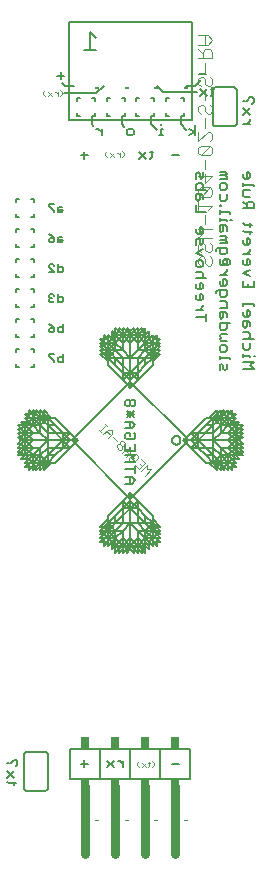
<source format=gbo>
G75*
G70*
%OFA0B0*%
%FSLAX24Y24*%
%IPPOS*%
%LPD*%
%AMOC8*
5,1,8,0,0,1.08239X$1,22.5*
%
%ADD10C,0.0060*%
%ADD11C,0.0040*%
%ADD12C,0.0071*%
%ADD13C,0.0050*%
%ADD14C,0.0030*%
%ADD15C,0.0300*%
%ADD16R,0.0300X0.0200*%
%ADD17R,0.0300X0.0400*%
%ADD18C,0.0080*%
%ADD19C,0.0000*%
D10*
X002374Y002596D02*
X002317Y002652D01*
X002374Y002596D02*
X002601Y002596D01*
X002544Y002652D02*
X002544Y002539D01*
X002544Y002784D02*
X002317Y003011D01*
X002317Y002784D02*
X002544Y003011D01*
X002601Y003153D02*
X002657Y003209D01*
X002657Y003323D01*
X002601Y003380D01*
X002544Y003380D01*
X002431Y003266D01*
X002374Y003266D02*
X002317Y003266D01*
X002875Y003550D02*
X002875Y002450D01*
X002877Y002433D01*
X002881Y002416D01*
X002888Y002400D01*
X002898Y002386D01*
X002911Y002373D01*
X002925Y002363D01*
X002941Y002356D01*
X002958Y002352D01*
X002975Y002350D01*
X003575Y002350D01*
X003592Y002352D01*
X003609Y002356D01*
X003625Y002363D01*
X003639Y002373D01*
X003652Y002386D01*
X003662Y002400D01*
X003669Y002416D01*
X003673Y002433D01*
X003675Y002450D01*
X003675Y003550D01*
X003673Y003567D01*
X003669Y003584D01*
X003662Y003600D01*
X003652Y003614D01*
X003639Y003627D01*
X003625Y003637D01*
X003609Y003644D01*
X003592Y003648D01*
X003575Y003650D01*
X002975Y003650D01*
X002958Y003648D01*
X002941Y003644D01*
X002925Y003637D01*
X002911Y003627D01*
X002898Y003614D01*
X002888Y003600D01*
X002881Y003584D01*
X002877Y003567D01*
X002875Y003550D01*
X004424Y003750D02*
X004424Y002750D01*
X005424Y002750D01*
X006424Y002750D01*
X007424Y002750D01*
X008424Y002750D01*
X008424Y003750D01*
X007424Y003750D01*
X007424Y002750D01*
X007828Y003246D02*
X008055Y003246D01*
X007424Y003750D02*
X006424Y003750D01*
X006424Y002750D01*
X006190Y003125D02*
X006190Y003352D01*
X006190Y003239D02*
X006077Y003352D01*
X006020Y003352D01*
X005884Y003352D02*
X005657Y003125D01*
X005884Y003125D02*
X005657Y003352D01*
X005424Y003750D02*
X005424Y002750D01*
X005004Y003246D02*
X004777Y003246D01*
X004890Y003133D02*
X004890Y003360D01*
X004424Y003750D02*
X005424Y003750D01*
X006424Y003750D01*
X006424Y012072D02*
X008277Y013925D01*
X008277Y014122D01*
X006424Y015975D01*
X004473Y014024D01*
X006424Y012072D01*
X006424Y012580D02*
X006424Y012807D01*
X006481Y012807D02*
X006254Y012807D01*
X006254Y012580D02*
X006481Y012580D01*
X006595Y012694D01*
X006481Y012807D01*
X006595Y012949D02*
X006595Y013176D01*
X006595Y013062D02*
X006254Y013062D01*
X006254Y013317D02*
X006595Y013317D01*
X006481Y013430D01*
X006595Y013544D01*
X006254Y013544D01*
X006254Y013685D02*
X006254Y013912D01*
X006311Y014054D02*
X006254Y014110D01*
X006254Y014224D01*
X006311Y014280D01*
X006424Y014280D01*
X006424Y014167D01*
X006311Y014054D02*
X006538Y014054D01*
X006595Y014110D01*
X006595Y014224D01*
X006538Y014280D01*
X006481Y014422D02*
X006595Y014535D01*
X006481Y014649D01*
X006254Y014649D01*
X006311Y014790D02*
X006538Y015017D01*
X006538Y014904D02*
X006311Y014904D01*
X006311Y015017D02*
X006538Y014790D01*
X006424Y014790D02*
X006424Y015017D01*
X006368Y015159D02*
X006424Y015215D01*
X006481Y015159D01*
X006538Y015159D01*
X006595Y015215D01*
X006595Y015329D01*
X006538Y015385D01*
X006481Y015385D01*
X006424Y015329D01*
X006368Y015385D01*
X006311Y015385D01*
X006254Y015329D01*
X006254Y015215D01*
X006311Y015159D01*
X006368Y015159D01*
X006424Y015215D02*
X006424Y015329D01*
X006424Y014649D02*
X006424Y014422D01*
X006481Y014422D02*
X006254Y014422D01*
X006424Y013799D02*
X006424Y013685D01*
X006254Y013685D02*
X006595Y013685D01*
X006595Y013912D01*
X007811Y014024D02*
X007813Y014047D01*
X007819Y014070D01*
X007828Y014091D01*
X007841Y014111D01*
X007857Y014128D01*
X007875Y014142D01*
X007895Y014153D01*
X007917Y014161D01*
X007940Y014165D01*
X007964Y014165D01*
X007987Y014161D01*
X008009Y014153D01*
X008029Y014142D01*
X008047Y014128D01*
X008063Y014111D01*
X008076Y014091D01*
X008085Y014070D01*
X008091Y014047D01*
X008093Y014024D01*
X008091Y014001D01*
X008085Y013978D01*
X008076Y013957D01*
X008063Y013937D01*
X008047Y013920D01*
X008029Y013906D01*
X008009Y013895D01*
X007987Y013887D01*
X007964Y013883D01*
X007940Y013883D01*
X007917Y013887D01*
X007895Y013895D01*
X007875Y013906D01*
X007857Y013920D01*
X007841Y013937D01*
X007828Y013957D01*
X007819Y013978D01*
X007813Y014001D01*
X007811Y014024D01*
X009404Y016356D02*
X009404Y016526D01*
X009461Y016583D01*
X009517Y016526D01*
X009517Y016413D01*
X009574Y016356D01*
X009631Y016413D01*
X009631Y016583D01*
X009744Y016725D02*
X009744Y016781D01*
X009404Y016781D01*
X009404Y016725D02*
X009404Y016838D01*
X009461Y016970D02*
X009404Y017027D01*
X009404Y017140D01*
X009461Y017197D01*
X009574Y017197D01*
X009631Y017140D01*
X009631Y017027D01*
X009574Y016970D01*
X009461Y016970D01*
X009461Y017338D02*
X009404Y017395D01*
X009461Y017452D01*
X009404Y017509D01*
X009461Y017565D01*
X009631Y017565D01*
X009574Y017707D02*
X009461Y017707D01*
X009404Y017764D01*
X009404Y017934D01*
X009744Y017934D01*
X009631Y017934D02*
X009631Y017764D01*
X009574Y017707D01*
X009461Y018075D02*
X009517Y018132D01*
X009517Y018302D01*
X009574Y018302D02*
X009404Y018302D01*
X009404Y018132D01*
X009461Y018075D01*
X009631Y018132D02*
X009631Y018245D01*
X009574Y018302D01*
X009631Y018443D02*
X009631Y018614D01*
X009574Y018670D01*
X009404Y018670D01*
X009461Y018812D02*
X009404Y018868D01*
X009404Y019039D01*
X009347Y019039D02*
X009631Y019039D01*
X009631Y018868D01*
X009574Y018812D01*
X009461Y018812D01*
X009290Y018925D02*
X009290Y018982D01*
X009347Y019039D01*
X009461Y019180D02*
X009574Y019180D01*
X009631Y019237D01*
X009631Y019350D01*
X009574Y019407D01*
X009517Y019407D01*
X009517Y019180D01*
X009461Y019180D02*
X009404Y019237D01*
X009404Y019350D01*
X009404Y019548D02*
X009631Y019548D01*
X009517Y019548D02*
X009631Y019662D01*
X009631Y019719D01*
X009687Y019855D02*
X009461Y019855D01*
X009404Y019912D01*
X009404Y020025D01*
X009461Y020082D01*
X009517Y020025D02*
X009517Y019912D01*
X009631Y019912D01*
X009631Y020025D01*
X009517Y020025D01*
X009574Y020082D01*
X009687Y020082D01*
X009744Y020025D01*
X009744Y019912D01*
X009687Y019855D01*
X009574Y020224D02*
X009461Y020224D01*
X009404Y020280D01*
X009404Y020450D01*
X009347Y020450D02*
X009631Y020450D01*
X009631Y020280D01*
X009574Y020224D01*
X009290Y020337D02*
X009290Y020394D01*
X009347Y020450D01*
X009404Y020592D02*
X009631Y020592D01*
X009631Y020649D01*
X009574Y020705D01*
X009631Y020762D01*
X009574Y020819D01*
X009404Y020819D01*
X009404Y020705D02*
X009574Y020705D01*
X009461Y020960D02*
X009517Y021017D01*
X009517Y021187D01*
X009574Y021187D02*
X009404Y021187D01*
X009404Y021017D01*
X009461Y020960D01*
X009631Y021017D02*
X009631Y021130D01*
X009574Y021187D01*
X009631Y021329D02*
X009631Y021385D01*
X009404Y021385D01*
X009404Y021329D02*
X009404Y021442D01*
X009404Y021574D02*
X009404Y021688D01*
X009404Y021631D02*
X009744Y021631D01*
X009744Y021574D01*
X009744Y021385D02*
X009801Y021385D01*
X009574Y022004D02*
X009461Y022004D01*
X009404Y022061D01*
X009404Y022231D01*
X009461Y022372D02*
X009404Y022429D01*
X009404Y022542D01*
X009461Y022599D01*
X009574Y022599D01*
X009631Y022542D01*
X009631Y022429D01*
X009574Y022372D01*
X009461Y022372D01*
X009631Y022231D02*
X009631Y022061D01*
X009574Y022004D01*
X009461Y021876D02*
X009404Y021876D01*
X009404Y021820D01*
X009461Y021820D01*
X009461Y021876D01*
X009404Y022740D02*
X009631Y022740D01*
X009631Y022797D01*
X009574Y022854D01*
X009631Y022911D01*
X009574Y022967D01*
X009404Y022967D01*
X009404Y022854D02*
X009574Y022854D01*
X010191Y022911D02*
X010191Y022797D01*
X010248Y022740D01*
X010361Y022740D01*
X010418Y022797D01*
X010418Y022911D01*
X010361Y022967D01*
X010305Y022967D01*
X010305Y022740D01*
X010191Y022608D02*
X010191Y022495D01*
X010191Y022552D02*
X010532Y022552D01*
X010532Y022495D01*
X010418Y022353D02*
X010191Y022353D01*
X010191Y022183D01*
X010248Y022127D01*
X010418Y022127D01*
X010475Y021985D02*
X010361Y021985D01*
X010305Y021928D01*
X010305Y021758D01*
X010305Y021872D02*
X010191Y021985D01*
X010191Y021758D02*
X010532Y021758D01*
X010532Y021928D01*
X010475Y021985D01*
X010418Y021258D02*
X010418Y021144D01*
X010475Y021201D02*
X010248Y021201D01*
X010191Y021258D01*
X010191Y021012D02*
X010248Y020956D01*
X010475Y020956D01*
X010418Y021012D02*
X010418Y020899D01*
X010361Y020757D02*
X010305Y020757D01*
X010305Y020531D01*
X010361Y020531D02*
X010418Y020587D01*
X010418Y020701D01*
X010361Y020757D01*
X010191Y020701D02*
X010191Y020587D01*
X010248Y020531D01*
X010361Y020531D01*
X010418Y020394D02*
X010418Y020337D01*
X010305Y020224D01*
X010418Y020224D02*
X010191Y020224D01*
X010305Y020082D02*
X010305Y019855D01*
X010361Y019855D02*
X010418Y019912D01*
X010418Y020025D01*
X010361Y020082D01*
X010305Y020082D01*
X010191Y020025D02*
X010191Y019912D01*
X010248Y019855D01*
X010361Y019855D01*
X010418Y019714D02*
X010191Y019600D01*
X010418Y019487D01*
X010532Y019346D02*
X010532Y019119D01*
X010191Y019119D01*
X010191Y019346D01*
X010361Y019232D02*
X010361Y019119D01*
X010191Y018618D02*
X010191Y018505D01*
X010191Y018562D02*
X010532Y018562D01*
X010532Y018505D01*
X010361Y018363D02*
X010418Y018307D01*
X010418Y018193D01*
X010361Y018136D01*
X010248Y018136D01*
X010191Y018193D01*
X010191Y018307D01*
X010305Y018363D02*
X010305Y018136D01*
X010305Y017995D02*
X010305Y017825D01*
X010248Y017768D01*
X010191Y017825D01*
X010191Y017995D01*
X010361Y017995D01*
X010418Y017938D01*
X010418Y017825D01*
X010361Y017627D02*
X010191Y017627D01*
X010361Y017627D02*
X010418Y017570D01*
X010418Y017457D01*
X010361Y017400D01*
X010418Y017258D02*
X010418Y017088D01*
X010361Y017032D01*
X010248Y017032D01*
X010191Y017088D01*
X010191Y017258D01*
X010191Y017400D02*
X010532Y017400D01*
X010532Y016843D02*
X010588Y016843D01*
X010418Y016843D02*
X010191Y016843D01*
X010191Y016899D02*
X010191Y016786D01*
X010191Y016645D02*
X010532Y016645D01*
X010418Y016531D01*
X010532Y016418D01*
X010191Y016418D01*
X010418Y016786D02*
X010418Y016843D01*
X010361Y018363D02*
X010305Y018363D01*
X009631Y018443D02*
X009404Y018443D01*
X008957Y018241D02*
X008957Y018014D01*
X008957Y018127D02*
X008616Y018127D01*
X008616Y018382D02*
X008843Y018382D01*
X008730Y018382D02*
X008843Y018495D01*
X008843Y018552D01*
X008787Y018689D02*
X008843Y018746D01*
X008843Y018859D01*
X008787Y018916D01*
X008730Y018916D01*
X008730Y018689D01*
X008673Y018689D02*
X008787Y018689D01*
X008673Y018689D02*
X008616Y018746D01*
X008616Y018859D01*
X008673Y019057D02*
X008787Y019057D01*
X008843Y019114D01*
X008843Y019227D01*
X008787Y019284D01*
X008730Y019284D01*
X008730Y019057D01*
X008673Y019057D02*
X008616Y019114D01*
X008616Y019227D01*
X008616Y019426D02*
X008957Y019426D01*
X008843Y019482D02*
X008843Y019596D01*
X008787Y019652D01*
X008616Y019652D01*
X008673Y019794D02*
X008616Y019851D01*
X008616Y019964D01*
X008673Y020021D01*
X008787Y020021D01*
X008843Y019964D01*
X008843Y019851D01*
X008787Y019794D01*
X008673Y019794D01*
X008843Y019482D02*
X008787Y019426D01*
X008843Y020162D02*
X008616Y020276D01*
X008843Y020389D01*
X008787Y020531D02*
X008730Y020587D01*
X008730Y020701D01*
X008673Y020757D01*
X008616Y020701D01*
X008616Y020531D01*
X008787Y020531D02*
X008843Y020587D01*
X008843Y020757D01*
X008787Y020899D02*
X008673Y020899D01*
X008616Y020956D01*
X008616Y021069D01*
X008730Y021126D02*
X008730Y020899D01*
X008787Y020899D02*
X008843Y020956D01*
X008843Y021069D01*
X008787Y021126D01*
X008730Y021126D01*
X008616Y021635D02*
X008616Y021862D01*
X008673Y022004D02*
X008730Y022061D01*
X008730Y022231D01*
X008787Y022231D02*
X008616Y022231D01*
X008616Y022061D01*
X008673Y022004D01*
X008843Y022061D02*
X008843Y022174D01*
X008787Y022231D01*
X008843Y022372D02*
X008843Y022542D01*
X008787Y022599D01*
X008673Y022599D01*
X008616Y022542D01*
X008616Y022372D01*
X008957Y022372D01*
X008787Y022740D02*
X008843Y022797D01*
X008843Y022967D01*
X008730Y022911D02*
X008730Y022797D01*
X008787Y022740D01*
X008616Y022740D02*
X008616Y022911D01*
X008673Y022967D01*
X008730Y022911D01*
X008055Y023522D02*
X007828Y023522D01*
X007501Y024188D02*
X007388Y024188D01*
X007445Y024188D02*
X007445Y024415D01*
X007501Y024415D01*
X007445Y024529D02*
X007445Y024585D01*
X007216Y024846D02*
X007216Y024946D01*
X007216Y024846D02*
X007116Y024846D01*
X007216Y025346D02*
X007216Y025446D01*
X007116Y025446D01*
X006716Y025446D02*
X006616Y025446D01*
X006616Y025346D01*
X006616Y024946D02*
X006616Y024846D01*
X006716Y024846D01*
X006472Y024415D02*
X006529Y024358D01*
X006529Y024245D01*
X006472Y024188D01*
X006359Y024188D01*
X006302Y024245D01*
X006302Y024358D01*
X006359Y024415D01*
X006472Y024415D01*
X006232Y024846D02*
X006232Y024946D01*
X006232Y024846D02*
X006132Y024846D01*
X006232Y025346D02*
X006232Y025446D01*
X006132Y025446D01*
X005732Y025446D02*
X005632Y025446D01*
X005632Y025346D01*
X005632Y024946D02*
X005632Y024846D01*
X005732Y024846D01*
X005465Y024415D02*
X005465Y024188D01*
X005465Y024302D02*
X005352Y024415D01*
X005295Y024415D01*
X005248Y024846D02*
X005248Y024946D01*
X005248Y024846D02*
X005148Y024846D01*
X005248Y025346D02*
X005248Y025446D01*
X005148Y025446D01*
X004748Y025446D02*
X004648Y025446D01*
X004648Y025346D01*
X004648Y024946D02*
X004648Y024846D01*
X004748Y024846D01*
X004890Y023635D02*
X004890Y023408D01*
X004777Y023522D02*
X005004Y023522D01*
X004103Y026066D02*
X004103Y026293D01*
X004216Y026179D02*
X003989Y026179D01*
X003220Y022056D02*
X003120Y022056D01*
X003220Y022056D02*
X003220Y021956D01*
X003220Y021556D02*
X003220Y021456D01*
X003120Y021456D01*
X003120Y021056D02*
X003220Y021056D01*
X003220Y020956D01*
X003220Y020556D02*
X003220Y020456D01*
X003120Y020456D01*
X003120Y020056D02*
X003220Y020056D01*
X003220Y019956D01*
X003220Y019556D02*
X003220Y019456D01*
X003120Y019456D01*
X003120Y019056D02*
X003220Y019056D01*
X003220Y018956D01*
X003220Y018556D02*
X003220Y018456D01*
X003120Y018456D01*
X003120Y018056D02*
X003220Y018056D01*
X003220Y017956D01*
X003220Y017556D02*
X003220Y017456D01*
X003120Y017456D01*
X003120Y017056D02*
X003220Y017056D01*
X003220Y016956D01*
X003220Y016556D02*
X003220Y016456D01*
X003120Y016456D01*
X002720Y016456D02*
X002620Y016456D01*
X002620Y016556D01*
X002620Y016956D02*
X002620Y017056D01*
X002720Y017056D01*
X002720Y017456D02*
X002620Y017456D01*
X002620Y017556D01*
X002620Y017956D02*
X002620Y018056D01*
X002720Y018056D01*
X002720Y018456D02*
X002620Y018456D01*
X002620Y018556D01*
X002620Y018956D02*
X002620Y019056D01*
X002720Y019056D01*
X002720Y019456D02*
X002620Y019456D01*
X002620Y019556D01*
X002620Y019956D02*
X002620Y020056D01*
X002720Y020056D01*
X002720Y020456D02*
X002620Y020456D01*
X002620Y020556D01*
X002620Y020956D02*
X002620Y021056D01*
X002720Y021056D01*
X002720Y021456D02*
X002620Y021456D01*
X002620Y021556D01*
X002620Y021956D02*
X002620Y022056D01*
X002720Y022056D01*
X006721Y023401D02*
X006948Y023628D01*
X007080Y023628D02*
X007193Y023628D01*
X007137Y023684D02*
X007137Y023458D01*
X007080Y023401D01*
X006948Y023401D02*
X006721Y023628D01*
X007601Y024846D02*
X007701Y024846D01*
X007601Y024846D02*
X007601Y024946D01*
X007601Y025346D02*
X007601Y025446D01*
X007701Y025446D01*
X008101Y025446D02*
X008201Y025446D01*
X008201Y025346D01*
X008201Y024946D02*
X008201Y024846D01*
X008101Y024846D01*
X008395Y024415D02*
X008565Y024302D01*
X008395Y024188D01*
X008565Y024188D02*
X008565Y024529D01*
X008739Y025517D02*
X008965Y025744D01*
X009098Y025744D02*
X009211Y025744D01*
X009174Y025696D02*
X009174Y024596D01*
X009176Y024579D01*
X009180Y024562D01*
X009187Y024546D01*
X009197Y024532D01*
X009210Y024519D01*
X009224Y024509D01*
X009240Y024502D01*
X009257Y024498D01*
X009274Y024496D01*
X009874Y024496D01*
X009891Y024498D01*
X009908Y024502D01*
X009924Y024509D01*
X009938Y024519D01*
X009951Y024532D01*
X009961Y024546D01*
X009968Y024562D01*
X009972Y024579D01*
X009974Y024596D01*
X009974Y025696D01*
X009972Y025713D01*
X009968Y025730D01*
X009961Y025746D01*
X009951Y025760D01*
X009938Y025773D01*
X009924Y025783D01*
X009908Y025790D01*
X009891Y025794D01*
X009874Y025796D01*
X009274Y025796D01*
X009257Y025794D01*
X009240Y025790D01*
X009224Y025783D01*
X009210Y025773D01*
X009197Y025760D01*
X009187Y025746D01*
X009180Y025730D01*
X009176Y025713D01*
X009174Y025696D01*
X009154Y025801D02*
X009154Y025574D01*
X009098Y025517D01*
X008965Y025517D02*
X008739Y025744D01*
X008714Y026228D02*
X008941Y026228D01*
X010191Y025344D02*
X010248Y025344D01*
X010305Y025344D02*
X010418Y025458D01*
X010475Y025458D01*
X010532Y025401D01*
X010532Y025287D01*
X010475Y025231D01*
X010418Y025089D02*
X010191Y024862D01*
X010418Y024862D02*
X010191Y025089D01*
X010418Y024726D02*
X010418Y024669D01*
X010305Y024555D01*
X010418Y024555D02*
X010191Y024555D01*
X008957Y021635D02*
X008616Y021635D01*
X009461Y017338D02*
X009631Y017338D01*
D11*
X009078Y019847D02*
X009001Y019847D01*
X008924Y019924D01*
X008924Y020077D01*
X008848Y020154D01*
X008771Y020154D01*
X008694Y020077D01*
X008694Y019924D01*
X008771Y019847D01*
X009078Y019847D02*
X009155Y019924D01*
X009155Y020077D01*
X009078Y020154D01*
X009078Y020307D02*
X009001Y020307D01*
X008924Y020384D01*
X008924Y020537D01*
X008848Y020614D01*
X008771Y020614D01*
X008694Y020537D01*
X008694Y020384D01*
X008771Y020307D01*
X008694Y020768D02*
X008848Y020921D01*
X008694Y021075D01*
X009155Y021075D01*
X008924Y021228D02*
X008924Y021535D01*
X009001Y021688D02*
X009155Y021842D01*
X008694Y021842D01*
X008694Y021995D02*
X008694Y021688D01*
X008771Y022149D02*
X009078Y022456D01*
X008771Y022456D01*
X008694Y022379D01*
X008694Y022226D01*
X008771Y022149D01*
X009078Y022149D01*
X009155Y022226D01*
X009155Y022379D01*
X009078Y022456D01*
X008924Y022609D02*
X008924Y022916D01*
X008924Y023070D02*
X008924Y023377D01*
X008771Y023530D02*
X009078Y023837D01*
X008771Y023837D01*
X008694Y023760D01*
X008694Y023607D01*
X008771Y023530D01*
X009078Y023530D01*
X009155Y023607D01*
X009155Y023760D01*
X009078Y023837D01*
X009078Y023990D02*
X009155Y024067D01*
X009155Y024221D01*
X009078Y024297D01*
X009001Y024297D01*
X008694Y023990D01*
X008694Y024297D01*
X008924Y024451D02*
X008924Y024758D01*
X009001Y024911D02*
X008924Y024988D01*
X008924Y025141D01*
X008848Y025218D01*
X008771Y025218D01*
X008694Y025141D01*
X008694Y024988D01*
X008771Y024911D01*
X009001Y024911D02*
X009078Y024911D01*
X009155Y024988D01*
X009155Y025141D01*
X009078Y025218D01*
X008924Y025372D02*
X008924Y025678D01*
X009001Y025832D02*
X008924Y025909D01*
X008924Y026062D01*
X008848Y026139D01*
X008771Y026139D01*
X008694Y026062D01*
X008694Y025909D01*
X008771Y025832D01*
X009001Y025832D02*
X009078Y025832D01*
X009155Y025909D01*
X009155Y026062D01*
X009078Y026139D01*
X008924Y026292D02*
X008924Y026599D01*
X008848Y026753D02*
X008848Y026983D01*
X008924Y027060D01*
X009078Y027060D01*
X009155Y026983D01*
X009155Y026753D01*
X008694Y026753D01*
X008848Y026906D02*
X008694Y027060D01*
X008694Y027213D02*
X009001Y027213D01*
X009155Y027367D01*
X009001Y027520D01*
X008694Y027520D01*
X008924Y027520D02*
X008924Y027213D01*
X008694Y022839D02*
X009155Y022839D01*
X008924Y022609D01*
X009155Y020768D02*
X008694Y020768D01*
X009078Y020614D02*
X009155Y020537D01*
X009155Y020384D01*
X009078Y020307D01*
X006146Y023471D02*
X006213Y023538D01*
X006213Y023604D01*
X006146Y023671D01*
X006065Y023604D02*
X006065Y023471D01*
X006065Y023538D02*
X005999Y023604D01*
X005965Y023604D01*
X005881Y023604D02*
X005748Y023471D01*
X005660Y023471D02*
X005594Y023538D01*
X005594Y023604D01*
X005660Y023671D01*
X005748Y023604D02*
X005881Y023471D01*
X004079Y025489D02*
X004146Y025555D01*
X004146Y025622D01*
X004079Y025689D01*
X003999Y025622D02*
X003999Y025489D01*
X003999Y025555D02*
X003932Y025622D01*
X003898Y025622D01*
X003814Y025622D02*
X003681Y025489D01*
X003593Y025489D02*
X003527Y025555D01*
X003527Y025622D01*
X003593Y025689D01*
X003681Y025622D02*
X003814Y025489D01*
X006712Y003346D02*
X006645Y003280D01*
X006645Y003213D01*
X006712Y003146D01*
X006800Y003146D02*
X006933Y003280D01*
X007014Y003280D02*
X007080Y003280D01*
X007047Y003313D02*
X007047Y003179D01*
X007014Y003146D01*
X006933Y003146D02*
X006800Y003280D01*
X007161Y003346D02*
X007228Y003280D01*
X007228Y003213D01*
X007161Y003146D01*
D12*
X007310Y024358D02*
X007113Y024555D01*
X007113Y024850D01*
X007507Y025638D02*
X007310Y025835D01*
X007507Y025638D02*
X008639Y025638D01*
X008590Y025835D02*
X008786Y026031D01*
X008590Y025835D02*
X008294Y025835D01*
X008097Y024850D02*
X008097Y024555D01*
X008294Y024358D01*
X006227Y024457D02*
X006129Y024555D01*
X006129Y024850D01*
X005292Y025589D02*
X005538Y025835D01*
X005292Y025589D02*
X004210Y025589D01*
X004259Y025835D02*
X004160Y025933D01*
X004259Y025835D02*
X004554Y025835D01*
X005145Y024850D02*
X005145Y024555D01*
X005194Y024506D01*
D13*
X005273Y027030D02*
X004866Y027030D01*
X005069Y027030D02*
X005069Y027641D01*
X005273Y027437D01*
X003895Y021891D02*
X003715Y021891D01*
X003715Y021846D01*
X003895Y021666D01*
X003895Y021621D01*
X004010Y021621D02*
X004010Y021756D01*
X004055Y021801D01*
X004145Y021801D01*
X004145Y021711D02*
X004010Y021711D01*
X004010Y021621D02*
X004145Y021621D01*
X004190Y021666D01*
X004145Y021711D01*
X004145Y020801D02*
X004055Y020801D01*
X004010Y020756D01*
X004010Y020621D01*
X004145Y020621D01*
X004190Y020666D01*
X004145Y020711D01*
X004010Y020711D01*
X003895Y020756D02*
X003760Y020756D01*
X003715Y020711D01*
X003715Y020666D01*
X003760Y020621D01*
X003850Y020621D01*
X003895Y020666D01*
X003895Y020756D01*
X003805Y020846D01*
X003715Y020891D01*
X003760Y019891D02*
X003715Y019846D01*
X003715Y019801D01*
X003895Y019621D01*
X003715Y019621D01*
X003760Y019891D02*
X003850Y019891D01*
X003895Y019846D01*
X004010Y019801D02*
X004145Y019801D01*
X004190Y019756D01*
X004190Y019666D01*
X004145Y019621D01*
X004010Y019621D01*
X004010Y019891D01*
X004010Y018891D02*
X004010Y018621D01*
X004145Y018621D01*
X004190Y018666D01*
X004190Y018756D01*
X004145Y018801D01*
X004010Y018801D01*
X003895Y018846D02*
X003850Y018891D01*
X003760Y018891D01*
X003715Y018846D01*
X003715Y018801D01*
X003760Y018756D01*
X003715Y018711D01*
X003715Y018666D01*
X003760Y018621D01*
X003850Y018621D01*
X003895Y018666D01*
X003805Y018756D02*
X003760Y018756D01*
X003715Y017891D02*
X003805Y017846D01*
X003895Y017756D01*
X003760Y017756D01*
X003715Y017711D01*
X003715Y017666D01*
X003760Y017621D01*
X003850Y017621D01*
X003895Y017666D01*
X003895Y017756D01*
X004010Y017756D02*
X004010Y017666D01*
X004055Y017621D01*
X004190Y017621D01*
X004190Y017891D01*
X004190Y017801D02*
X004055Y017801D01*
X004010Y017756D01*
X003895Y016891D02*
X003715Y016891D01*
X003715Y016846D01*
X003895Y016666D01*
X003895Y016621D01*
X004010Y016666D02*
X004010Y016756D01*
X004055Y016801D01*
X004190Y016801D01*
X004190Y016891D02*
X004190Y016621D01*
X004055Y016621D01*
X004010Y016666D01*
X003543Y015024D02*
X003543Y014899D01*
X003168Y014524D01*
X002918Y014274D01*
X002918Y013774D01*
X003168Y013524D01*
X003543Y013149D01*
X003543Y013399D01*
X003668Y013524D01*
X003918Y013524D01*
X003668Y013274D01*
X003418Y013274D01*
X003168Y013274D01*
X003293Y013149D01*
X003293Y013024D01*
X003418Y013149D01*
X003418Y013024D01*
X003543Y013149D01*
X003543Y013024D01*
X003793Y013274D01*
X003918Y013274D01*
X004418Y013774D01*
X003668Y013774D01*
X003668Y013524D01*
X004418Y014274D01*
X004168Y014274D01*
X003668Y014274D01*
X003668Y014524D01*
X003918Y014524D01*
X003668Y014774D01*
X003418Y014774D01*
X003168Y014774D01*
X003043Y014649D01*
X002918Y014649D01*
X002793Y014649D01*
X002918Y014524D01*
X002793Y014399D01*
X002668Y014399D01*
X002793Y014274D01*
X002668Y014274D01*
X002793Y014149D01*
X002918Y014274D01*
X002918Y014524D01*
X003168Y014274D01*
X002918Y014024D01*
X003168Y013774D01*
X002918Y013524D01*
X002793Y013399D01*
X002918Y013399D01*
X003043Y013399D01*
X003168Y013274D01*
X003168Y013524D01*
X003418Y013524D01*
X003668Y013774D01*
X003668Y014024D01*
X003668Y014274D01*
X003418Y014524D01*
X003168Y014524D01*
X003168Y014774D01*
X003293Y014899D01*
X003293Y015024D01*
X003418Y014899D01*
X003418Y015024D01*
X003543Y014899D01*
X003543Y014649D01*
X003668Y014524D01*
X004418Y013774D01*
X004543Y013899D01*
X004543Y014149D01*
X004418Y014274D01*
X003918Y014774D01*
X003793Y014774D01*
X003543Y015024D01*
X003543Y014899D02*
X003668Y014774D01*
X003668Y014524D01*
X003543Y014649D02*
X003418Y014774D01*
X003293Y014899D01*
X003168Y015024D01*
X003168Y014899D01*
X003043Y015024D01*
X003043Y014899D01*
X002918Y014899D01*
X003043Y014774D01*
X003043Y014899D01*
X003168Y014899D01*
X003168Y014774D01*
X003043Y014774D01*
X002918Y014774D01*
X003043Y014649D01*
X003168Y014524D01*
X003043Y014524D01*
X002918Y014649D01*
X002918Y014524D02*
X002668Y014524D01*
X002793Y014399D01*
X002918Y014274D01*
X002793Y014274D01*
X002918Y014274D02*
X003168Y014274D01*
X003418Y014274D01*
X003418Y014524D01*
X003543Y014649D01*
X003668Y014774D01*
X003793Y014774D01*
X003918Y014524D02*
X004168Y014274D01*
X004168Y013774D01*
X003918Y013524D01*
X003793Y013274D02*
X003668Y013274D01*
X003668Y013524D01*
X003543Y013399D02*
X003418Y013274D01*
X003293Y013149D01*
X003168Y013024D01*
X003168Y013149D01*
X003043Y013024D01*
X003043Y013149D01*
X002918Y013149D01*
X003043Y013274D01*
X003043Y013149D01*
X003168Y013149D01*
X003168Y013274D01*
X003043Y013274D01*
X002918Y013274D01*
X003043Y013399D01*
X003168Y013524D01*
X003043Y013524D01*
X002918Y013399D01*
X002918Y013524D02*
X002793Y013649D01*
X002668Y013649D01*
X002793Y013774D01*
X002918Y013774D01*
X002918Y013524D01*
X002668Y013524D01*
X002793Y013649D01*
X002918Y013774D01*
X002793Y013899D01*
X002668Y013899D01*
X002793Y014024D01*
X002918Y014024D01*
X003168Y014024D01*
X002918Y014274D01*
X002793Y014149D02*
X002918Y014024D01*
X002793Y013899D01*
X002668Y013774D01*
X002793Y013774D01*
X002918Y013774D02*
X003168Y013774D01*
X003418Y013774D01*
X003418Y013524D01*
X003543Y013399D01*
X003668Y013274D01*
X003543Y013149D01*
X003418Y013149D02*
X003418Y013274D01*
X003418Y013524D01*
X003168Y013274D01*
X003168Y013524D02*
X003418Y013774D01*
X003668Y014024D01*
X003418Y014274D01*
X003168Y014524D01*
X003043Y014524D02*
X002918Y014524D01*
X002793Y014149D02*
X002668Y014149D01*
X002793Y014024D01*
X002918Y013774D02*
X003168Y014024D01*
X003668Y014024D01*
X004418Y014024D01*
X004168Y014274D01*
X004418Y014024D02*
X004168Y013774D01*
X004418Y014024D02*
X004668Y014024D01*
X004543Y013899D01*
X004668Y014024D02*
X004543Y014149D01*
X003418Y014524D02*
X003168Y014774D01*
X003418Y014774D02*
X003418Y014524D01*
X003418Y014774D02*
X003418Y014899D01*
X003043Y013524D02*
X002918Y013524D01*
X005424Y011143D02*
X005549Y011143D01*
X005924Y010768D01*
X006174Y010518D01*
X006674Y010518D01*
X006924Y010768D01*
X007299Y011143D01*
X007049Y011143D01*
X006924Y011268D01*
X006924Y011518D01*
X007174Y011268D01*
X007174Y011018D01*
X007174Y010768D01*
X007299Y010893D01*
X007424Y010893D01*
X007299Y011018D01*
X007424Y011018D01*
X007299Y011143D01*
X007424Y011143D01*
X007174Y011393D01*
X007174Y011518D01*
X006674Y012018D01*
X006674Y011268D01*
X006924Y011268D01*
X006174Y012018D01*
X006174Y011768D01*
X006174Y011268D01*
X005924Y011268D01*
X005924Y011518D01*
X005674Y011268D01*
X005674Y011018D01*
X005674Y010768D01*
X005799Y010643D01*
X005799Y010518D01*
X005799Y010393D01*
X005924Y010518D01*
X006049Y010393D01*
X006049Y010268D01*
X006174Y010393D01*
X006174Y010268D01*
X006299Y010393D01*
X006174Y010518D01*
X005924Y010518D01*
X006174Y010768D01*
X006424Y010518D01*
X006299Y010393D01*
X006299Y010268D01*
X006424Y010393D01*
X006424Y010518D01*
X006549Y010393D01*
X006674Y010518D01*
X006924Y010518D01*
X007049Y010393D01*
X007049Y010518D01*
X007049Y010643D01*
X007174Y010768D01*
X006924Y010768D01*
X006924Y011018D01*
X006674Y011268D01*
X006424Y011268D01*
X006174Y011018D01*
X005924Y011018D01*
X005924Y010768D01*
X005674Y010768D01*
X005549Y010893D01*
X005424Y010893D01*
X005549Y011018D01*
X005424Y011018D01*
X005549Y011143D01*
X005799Y011143D01*
X005924Y011268D01*
X006674Y012018D01*
X006549Y012143D01*
X006299Y012143D01*
X006174Y012018D01*
X005674Y011518D01*
X005674Y011393D01*
X005424Y011143D01*
X005549Y011143D02*
X005674Y011268D01*
X005924Y011268D01*
X005799Y011143D02*
X005674Y011018D01*
X005549Y010893D01*
X005424Y010768D01*
X005549Y010768D01*
X005424Y010643D01*
X005549Y010643D01*
X005549Y010518D01*
X005674Y010643D01*
X005549Y010643D01*
X005549Y010768D01*
X005674Y010768D01*
X005674Y010643D01*
X005674Y010518D01*
X005799Y010643D01*
X005924Y010768D01*
X005924Y010643D01*
X005799Y010518D01*
X005924Y010518D02*
X005924Y010268D01*
X006049Y010393D01*
X006174Y010518D01*
X006174Y010393D01*
X006174Y010518D02*
X006174Y010768D01*
X006174Y011018D01*
X005924Y010768D01*
X005924Y010643D02*
X005924Y010518D01*
X006174Y010518D02*
X006424Y010768D01*
X006424Y010518D01*
X006674Y010768D01*
X006924Y010518D01*
X006799Y010393D01*
X006799Y010268D01*
X006674Y010393D01*
X006674Y010518D01*
X006674Y010768D01*
X006674Y011018D01*
X006924Y011018D01*
X007049Y011143D01*
X007174Y011018D01*
X007299Y010893D01*
X007424Y010768D01*
X007299Y010768D01*
X007424Y010643D01*
X007299Y010643D01*
X007299Y010518D01*
X007174Y010643D01*
X007299Y010643D01*
X007299Y010768D01*
X007174Y010768D01*
X007174Y010643D01*
X007174Y010518D01*
X007049Y010643D01*
X006924Y010768D01*
X006924Y010643D01*
X007049Y010518D01*
X006924Y010518D02*
X006924Y010268D01*
X006799Y010393D01*
X006674Y010518D01*
X006424Y010768D01*
X006424Y011268D01*
X006174Y011268D01*
X005924Y011018D01*
X005799Y011143D01*
X005674Y011268D01*
X005674Y011393D01*
X005674Y011018D02*
X005549Y011018D01*
X005674Y011018D02*
X005924Y011018D01*
X005674Y010768D01*
X005924Y011518D02*
X006174Y011768D01*
X006674Y011768D01*
X006924Y011518D01*
X006924Y011268D02*
X007174Y011268D01*
X007174Y011393D01*
X007174Y011268D02*
X007049Y011143D01*
X007174Y011268D02*
X007299Y011143D01*
X007299Y011018D02*
X007174Y011018D01*
X006924Y011018D01*
X007174Y010768D01*
X006924Y010768D02*
X006674Y011018D01*
X006424Y011268D01*
X006424Y012018D01*
X006174Y011768D01*
X006424Y012018D02*
X006424Y012268D01*
X006299Y012143D01*
X006424Y012268D02*
X006549Y012143D01*
X006424Y012018D02*
X006674Y011768D01*
X006924Y010643D02*
X006924Y010518D01*
X006674Y010393D02*
X006674Y010268D01*
X006549Y010393D01*
X006549Y010268D01*
X006424Y010393D01*
X008305Y013899D02*
X008180Y014024D01*
X008305Y014149D01*
X008305Y013899D01*
X008430Y013774D01*
X008680Y013774D01*
X009180Y013774D01*
X009180Y013524D01*
X008930Y013524D01*
X009180Y013274D01*
X009430Y013274D01*
X009680Y013274D01*
X009805Y013399D01*
X009930Y013399D01*
X010055Y013399D01*
X009930Y013524D01*
X010055Y013649D01*
X010180Y013649D01*
X010055Y013774D01*
X010180Y013774D01*
X010055Y013899D01*
X009930Y013774D01*
X009930Y014274D01*
X009680Y014524D01*
X009305Y014899D01*
X009305Y014649D01*
X009180Y014524D01*
X008930Y014524D01*
X009180Y014774D01*
X009430Y014774D01*
X009680Y014774D01*
X009555Y014899D01*
X009555Y015024D01*
X009430Y014899D01*
X009430Y015024D01*
X009305Y014899D01*
X009305Y015024D01*
X009055Y014774D01*
X008930Y014774D01*
X008430Y014274D01*
X009180Y014274D01*
X009180Y014524D01*
X008430Y013774D01*
X008930Y013274D01*
X009055Y013274D01*
X009305Y013024D01*
X009305Y013149D01*
X009680Y013524D01*
X009930Y013774D01*
X009930Y013524D01*
X009680Y013774D01*
X009930Y014024D01*
X009680Y014274D01*
X009930Y014524D01*
X010055Y014649D01*
X009930Y014649D01*
X009805Y014649D01*
X009680Y014774D01*
X009680Y014524D01*
X009430Y014524D01*
X009180Y014274D01*
X009180Y014024D01*
X009180Y013774D01*
X009430Y013524D01*
X009680Y013524D01*
X009680Y013274D01*
X009555Y013149D01*
X009555Y013024D01*
X009430Y013149D01*
X009430Y013024D01*
X009305Y013149D01*
X009305Y013399D01*
X009180Y013524D01*
X008430Y014274D01*
X008305Y014149D01*
X008180Y014024D02*
X008430Y014024D01*
X008680Y013774D01*
X008680Y014274D01*
X008930Y014524D01*
X009055Y014774D02*
X009180Y014774D01*
X009180Y014524D01*
X009305Y014649D02*
X009180Y014774D01*
X009305Y014899D01*
X009430Y014899D02*
X009430Y014774D01*
X009305Y014649D01*
X009430Y014524D01*
X009680Y014774D01*
X009805Y014774D01*
X009930Y014899D01*
X009805Y014899D01*
X009805Y015024D01*
X009680Y014899D01*
X009805Y014899D01*
X009805Y014774D01*
X009930Y014774D01*
X009805Y014649D01*
X009680Y014524D01*
X009805Y014524D01*
X009930Y014649D01*
X009930Y014524D02*
X009805Y014524D01*
X009680Y014524D02*
X009430Y014274D01*
X009430Y014524D01*
X009430Y014774D01*
X009555Y014899D01*
X009680Y015024D01*
X009680Y014899D01*
X009680Y014774D01*
X009930Y014524D02*
X009930Y014274D01*
X010055Y014149D01*
X010180Y014149D01*
X010055Y014024D01*
X009930Y014024D01*
X009680Y014024D01*
X009930Y013774D01*
X010055Y013774D01*
X010055Y013899D02*
X010180Y013899D01*
X010055Y014024D01*
X010055Y014149D02*
X010180Y014274D01*
X010055Y014274D01*
X010180Y014399D01*
X010055Y014399D01*
X009930Y014524D01*
X010180Y014524D01*
X010055Y014399D01*
X009930Y014274D01*
X010055Y014274D01*
X009930Y014274D02*
X009680Y014274D01*
X009430Y014274D01*
X009180Y014024D01*
X009430Y013774D01*
X009430Y013524D01*
X009305Y013399D01*
X009430Y013274D01*
X009555Y013149D01*
X009680Y013024D01*
X009680Y013149D01*
X009805Y013024D01*
X009805Y013149D01*
X009930Y013149D01*
X009805Y013274D01*
X009805Y013149D01*
X009680Y013149D01*
X009680Y013274D01*
X009805Y013274D01*
X009930Y013274D01*
X009805Y013399D01*
X009680Y013524D01*
X009805Y013524D01*
X009930Y013399D01*
X009930Y013524D02*
X009805Y013524D01*
X009680Y013524D02*
X009430Y013774D01*
X009680Y013774D01*
X009930Y013774D01*
X010055Y013649D01*
X010180Y013524D01*
X009930Y013524D01*
X010055Y013899D02*
X009930Y014024D01*
X010055Y014149D01*
X009930Y014274D02*
X009680Y014024D01*
X009180Y014024D01*
X008430Y014024D01*
X008680Y014274D01*
X008680Y013774D02*
X008930Y013524D01*
X009055Y013274D02*
X009180Y013274D01*
X009180Y013524D01*
X009305Y013399D02*
X009180Y013274D01*
X009305Y013149D01*
X009430Y013149D02*
X009430Y013274D01*
X009430Y013524D01*
X009680Y013274D01*
X007174Y016655D02*
X007424Y016905D01*
X007299Y016905D01*
X006924Y017280D01*
X006674Y017530D01*
X006174Y017530D01*
X005924Y017280D01*
X005549Y016905D01*
X005799Y016905D01*
X005924Y016780D01*
X005924Y016530D01*
X005674Y016780D01*
X005674Y017030D01*
X005674Y017280D01*
X005549Y017155D01*
X005424Y017155D01*
X005549Y017030D01*
X005424Y017030D01*
X005549Y016905D01*
X005424Y016905D01*
X005674Y016655D01*
X005674Y016530D01*
X006174Y016030D01*
X006174Y016780D01*
X005924Y016780D01*
X006674Y016030D01*
X006674Y016280D01*
X006674Y016780D01*
X006924Y016780D01*
X006924Y016530D01*
X007174Y016780D01*
X007174Y017030D01*
X007174Y017280D01*
X007049Y017405D01*
X007049Y017530D01*
X007049Y017655D01*
X006924Y017530D01*
X006799Y017655D01*
X006799Y017780D01*
X006674Y017655D01*
X006674Y017780D01*
X006549Y017655D01*
X006674Y017530D01*
X006924Y017530D01*
X006674Y017280D01*
X006424Y017530D01*
X006299Y017655D01*
X006174Y017530D01*
X005924Y017530D01*
X005799Y017655D01*
X005799Y017530D01*
X005799Y017405D01*
X005674Y017280D01*
X005924Y017280D01*
X005924Y017030D01*
X006174Y016780D01*
X006424Y016780D01*
X006174Y017030D01*
X005924Y017030D01*
X005799Y016905D01*
X005674Y017030D01*
X005549Y017155D01*
X005424Y017280D01*
X005549Y017280D01*
X005424Y017405D01*
X005549Y017405D01*
X005549Y017530D01*
X005674Y017405D01*
X005549Y017405D01*
X005549Y017280D01*
X005674Y017280D01*
X005674Y017405D01*
X005674Y017530D01*
X005799Y017405D01*
X005924Y017280D01*
X005924Y017405D01*
X005799Y017530D01*
X005924Y017530D02*
X005924Y017405D01*
X005924Y017530D02*
X006049Y017655D01*
X006049Y017780D01*
X006174Y017655D01*
X006174Y017530D01*
X006174Y017280D01*
X006424Y017530D01*
X006424Y017280D01*
X006174Y017530D01*
X006049Y017655D01*
X005924Y017780D01*
X005924Y017530D01*
X006174Y017280D01*
X006174Y017030D01*
X005924Y017280D01*
X005924Y017030D02*
X005674Y017280D01*
X005674Y017030D02*
X005549Y017030D01*
X005674Y017030D02*
X005924Y017030D01*
X005799Y016905D02*
X005674Y016780D01*
X005924Y016780D01*
X005924Y016530D02*
X006174Y016280D01*
X006674Y016280D01*
X006924Y016530D01*
X006924Y016780D02*
X006174Y016030D01*
X006299Y015905D01*
X006549Y015905D01*
X006674Y016030D01*
X007174Y016530D01*
X007174Y016655D01*
X007174Y016780D01*
X006924Y016780D01*
X007049Y016905D01*
X007299Y016905D01*
X007424Y017030D01*
X007299Y017030D01*
X007424Y017155D01*
X007299Y017155D01*
X007174Y017280D01*
X006924Y017280D01*
X006924Y017030D01*
X006674Y016780D01*
X006424Y016780D01*
X006674Y017030D01*
X006924Y017030D01*
X007049Y016905D01*
X007174Y017030D01*
X007299Y017155D01*
X007424Y017280D01*
X007299Y017280D01*
X007424Y017405D01*
X007299Y017405D01*
X007299Y017530D01*
X007174Y017405D01*
X007299Y017405D01*
X007299Y017280D01*
X007174Y017280D01*
X007174Y017405D01*
X007174Y017530D01*
X007049Y017405D01*
X006924Y017280D01*
X006924Y017405D01*
X007049Y017530D01*
X006924Y017530D02*
X006924Y017405D01*
X006924Y017530D02*
X006924Y017780D01*
X006799Y017655D01*
X006674Y017530D01*
X006674Y017655D01*
X006549Y017655D02*
X006549Y017780D01*
X006424Y017655D01*
X006299Y017780D01*
X006299Y017655D01*
X006174Y017780D01*
X006174Y017655D01*
X006424Y017655D02*
X006424Y017530D01*
X006549Y017655D01*
X006674Y017530D02*
X006424Y017280D01*
X006424Y016780D01*
X006424Y016030D01*
X006424Y015780D01*
X006299Y015905D01*
X006424Y016030D02*
X006174Y016280D01*
X006424Y016030D02*
X006674Y016280D01*
X006549Y015905D02*
X006424Y015780D01*
X006674Y017030D02*
X006674Y017280D01*
X006674Y017530D01*
X006924Y017280D02*
X006674Y017030D01*
X006924Y017030D02*
X007174Y017280D01*
X007174Y017030D02*
X007299Y017030D01*
X007174Y017030D02*
X006924Y017030D01*
X007049Y016905D02*
X007174Y016780D01*
X007299Y016905D01*
X005674Y016780D02*
X005674Y016655D01*
X005674Y016780D02*
X005549Y016905D01*
D14*
X005590Y014582D02*
X005659Y014514D01*
X005625Y014548D02*
X005419Y014342D01*
X005454Y014308D02*
X005385Y014377D01*
X005525Y014237D02*
X005662Y014374D01*
X005799Y014374D01*
X005799Y014237D01*
X005662Y014100D01*
X005765Y014203D02*
X005628Y014339D01*
X005836Y014131D02*
X005973Y013994D01*
X006010Y013888D02*
X005976Y013854D01*
X005976Y013786D01*
X006045Y013717D01*
X006113Y013717D01*
X006147Y013752D01*
X006147Y013820D01*
X006079Y013888D01*
X006010Y013888D01*
X006079Y013888D02*
X006079Y013957D01*
X006113Y013991D01*
X006181Y013991D01*
X006250Y013923D01*
X006250Y013854D01*
X006216Y013820D01*
X006147Y013820D01*
X006253Y013714D02*
X006390Y013577D01*
X006424Y013612D02*
X006424Y013749D01*
X006287Y013749D01*
X006150Y013612D01*
X006287Y013475D02*
X006424Y013612D01*
X006530Y013574D02*
X006598Y013574D01*
X006666Y013506D01*
X006666Y013438D01*
X006530Y013301D01*
X006461Y013301D01*
X006393Y013369D01*
X006393Y013438D01*
X006461Y013506D01*
X006530Y013438D01*
X006567Y013195D02*
X006704Y013058D01*
X006909Y013263D01*
X006772Y013400D01*
X006738Y013229D02*
X006806Y013161D01*
X006775Y012987D02*
X006981Y013192D01*
X006981Y013055D01*
X007117Y013055D01*
X006912Y012850D01*
D15*
X006924Y002500D02*
X006924Y000250D01*
X005924Y000250D02*
X005924Y002500D01*
X004924Y002500D02*
X004924Y000250D01*
X007924Y000250D02*
X007924Y002500D01*
D16*
X007924Y002650D03*
X006924Y002650D03*
X005924Y002650D03*
X004924Y002650D03*
D17*
X004924Y003950D03*
X005924Y003950D03*
X006924Y003950D03*
X007924Y003950D03*
D18*
X008475Y024695D02*
X004373Y024695D01*
X004373Y027959D01*
X008475Y027959D01*
X008475Y024695D01*
D19*
X008297Y025778D02*
X008297Y025788D01*
X008294Y025788D02*
X008301Y025788D01*
X008291Y025788D02*
X008286Y025788D01*
X008285Y025787D01*
X008285Y025783D01*
X008286Y025782D01*
X008291Y025782D01*
X008291Y025778D02*
X008291Y025788D01*
X008282Y025787D02*
X008282Y025785D01*
X008281Y025783D01*
X008277Y025783D01*
X008276Y025782D01*
X008276Y025780D01*
X008277Y025778D01*
X008281Y025778D01*
X008282Y025780D01*
X008282Y025787D02*
X008281Y025788D01*
X008277Y025788D01*
X008276Y025787D01*
X008273Y025787D02*
X008271Y025788D01*
X008268Y025788D01*
X008266Y025787D01*
X008266Y025780D01*
X008268Y025778D01*
X008271Y025778D01*
X008273Y025780D01*
X008273Y025787D01*
X008270Y025782D02*
X008266Y025778D01*
X008260Y025778D02*
X008260Y025788D01*
X008257Y025788D02*
X008264Y025788D01*
X008255Y025788D02*
X008250Y025788D01*
X008248Y025787D01*
X008248Y025783D01*
X008250Y025782D01*
X008255Y025782D01*
X008255Y025778D02*
X008255Y025788D01*
X008245Y025787D02*
X008244Y025788D01*
X008240Y025788D01*
X008239Y025787D01*
X008239Y025785D01*
X008245Y025778D01*
X008239Y025778D01*
X008236Y025780D02*
X008229Y025787D01*
X008229Y025780D01*
X008231Y025778D01*
X008234Y025778D01*
X008236Y025780D01*
X008236Y025787D01*
X008234Y025788D01*
X008231Y025788D01*
X008229Y025787D01*
X008227Y025787D02*
X008227Y025785D01*
X008225Y025783D01*
X008222Y025783D01*
X008220Y025782D01*
X008220Y025780D01*
X008222Y025778D01*
X008225Y025778D01*
X008227Y025780D01*
X008227Y025787D02*
X008225Y025788D01*
X008222Y025788D01*
X008220Y025787D01*
X008218Y025787D02*
X008216Y025788D01*
X008213Y025788D01*
X008211Y025787D01*
X008211Y025780D01*
X008213Y025778D01*
X008216Y025778D01*
X008218Y025780D01*
X008218Y025787D01*
X008214Y025782D02*
X008211Y025778D01*
X007316Y025788D02*
X007310Y025788D01*
X007307Y025788D02*
X007302Y025788D01*
X007300Y025787D01*
X007300Y025783D01*
X007302Y025782D01*
X007307Y025782D01*
X007307Y025778D02*
X007307Y025788D01*
X007313Y025788D02*
X007313Y025778D01*
X007298Y025780D02*
X007296Y025778D01*
X007293Y025778D01*
X007291Y025780D01*
X007291Y025782D01*
X007293Y025783D01*
X007296Y025783D01*
X007298Y025785D01*
X007298Y025787D01*
X007296Y025788D01*
X007293Y025788D01*
X007291Y025787D01*
X007289Y025787D02*
X007287Y025788D01*
X007284Y025788D01*
X007282Y025787D01*
X007282Y025780D01*
X007284Y025778D01*
X007287Y025778D01*
X007289Y025780D01*
X007289Y025787D01*
X007285Y025782D02*
X007282Y025778D01*
X007276Y025778D02*
X007276Y025788D01*
X007273Y025788D02*
X007280Y025788D01*
X007270Y025788D02*
X007265Y025788D01*
X007264Y025787D01*
X007264Y025783D01*
X007265Y025782D01*
X007270Y025782D01*
X007270Y025778D02*
X007270Y025788D01*
X007261Y025787D02*
X007259Y025788D01*
X007256Y025788D01*
X007254Y025787D01*
X007254Y025785D01*
X007261Y025778D01*
X007254Y025778D01*
X007252Y025780D02*
X007245Y025787D01*
X007245Y025780D01*
X007247Y025778D01*
X007250Y025778D01*
X007252Y025780D01*
X007252Y025787D01*
X007250Y025788D01*
X007247Y025788D01*
X007245Y025787D01*
X007243Y025787D02*
X007243Y025785D01*
X007241Y025783D01*
X007238Y025783D01*
X007236Y025782D01*
X007236Y025780D01*
X007238Y025778D01*
X007241Y025778D01*
X007243Y025780D01*
X007243Y025787D02*
X007241Y025788D01*
X007238Y025788D01*
X007236Y025787D01*
X007233Y025787D02*
X007232Y025788D01*
X007228Y025788D01*
X007227Y025787D01*
X007227Y025780D01*
X007228Y025778D01*
X007232Y025778D01*
X007233Y025780D01*
X007233Y025787D01*
X007230Y025782D02*
X007227Y025778D01*
X006332Y025788D02*
X006325Y025788D01*
X006323Y025788D02*
X006318Y025788D01*
X006316Y025787D01*
X006316Y025783D01*
X006318Y025782D01*
X006323Y025782D01*
X006323Y025778D02*
X006323Y025788D01*
X006329Y025788D02*
X006329Y025778D01*
X006314Y025780D02*
X006312Y025778D01*
X006309Y025778D01*
X006307Y025780D01*
X006307Y025782D01*
X006309Y025783D01*
X006312Y025783D01*
X006314Y025785D01*
X006314Y025787D01*
X006312Y025788D01*
X006309Y025788D01*
X006307Y025787D01*
X006304Y025787D02*
X006303Y025788D01*
X006299Y025788D01*
X006298Y025787D01*
X006298Y025780D01*
X006299Y025778D01*
X006303Y025778D01*
X006304Y025780D01*
X006304Y025787D01*
X006301Y025782D02*
X006298Y025778D01*
X006292Y025778D02*
X006292Y025788D01*
X006295Y025788D02*
X006289Y025788D01*
X006286Y025788D02*
X006281Y025788D01*
X006279Y025787D01*
X006279Y025783D01*
X006281Y025782D01*
X006286Y025782D01*
X006286Y025778D02*
X006286Y025788D01*
X006277Y025787D02*
X006275Y025788D01*
X006272Y025788D01*
X006270Y025787D01*
X006270Y025785D01*
X006277Y025778D01*
X006270Y025778D01*
X006268Y025780D02*
X006261Y025787D01*
X006261Y025780D01*
X006263Y025778D01*
X006266Y025778D01*
X006268Y025780D01*
X006268Y025787D01*
X006266Y025788D01*
X006263Y025788D01*
X006261Y025787D01*
X006258Y025787D02*
X006258Y025785D01*
X006257Y025783D01*
X006253Y025783D01*
X006252Y025782D01*
X006252Y025780D01*
X006253Y025778D01*
X006257Y025778D01*
X006258Y025780D01*
X006258Y025787D02*
X006257Y025788D01*
X006253Y025788D01*
X006252Y025787D01*
X006249Y025787D02*
X006248Y025788D01*
X006244Y025788D01*
X006243Y025787D01*
X006243Y025780D01*
X006244Y025778D01*
X006248Y025778D01*
X006249Y025780D01*
X006249Y025787D01*
X006246Y025782D02*
X006243Y025778D01*
X005348Y025788D02*
X005341Y025788D01*
X005339Y025788D02*
X005334Y025788D01*
X005332Y025787D01*
X005332Y025783D01*
X005334Y025782D01*
X005339Y025782D01*
X005339Y025778D02*
X005339Y025788D01*
X005344Y025788D02*
X005344Y025778D01*
X005329Y025780D02*
X005328Y025778D01*
X005324Y025778D01*
X005323Y025780D01*
X005323Y025782D01*
X005324Y025783D01*
X005328Y025783D01*
X005329Y025785D01*
X005329Y025787D01*
X005328Y025788D01*
X005324Y025788D01*
X005323Y025787D01*
X005320Y025787D02*
X005319Y025788D01*
X005315Y025788D01*
X005314Y025787D01*
X005314Y025780D01*
X005315Y025778D01*
X005319Y025778D01*
X005320Y025780D01*
X005320Y025787D01*
X005317Y025782D02*
X005314Y025778D01*
X005308Y025778D02*
X005308Y025788D01*
X005311Y025788D02*
X005304Y025788D01*
X005302Y025788D02*
X005297Y025788D01*
X005295Y025787D01*
X005295Y025783D01*
X005297Y025782D01*
X005302Y025782D01*
X005302Y025778D02*
X005302Y025788D01*
X005293Y025787D02*
X005291Y025788D01*
X005288Y025788D01*
X005286Y025787D01*
X005286Y025785D01*
X005293Y025778D01*
X005286Y025778D01*
X005283Y025780D02*
X005277Y025787D01*
X005277Y025780D01*
X005278Y025778D01*
X005282Y025778D01*
X005283Y025780D01*
X005283Y025787D01*
X005282Y025788D01*
X005278Y025788D01*
X005277Y025787D01*
X005274Y025787D02*
X005274Y025785D01*
X005273Y025783D01*
X005269Y025783D01*
X005268Y025782D01*
X005268Y025780D01*
X005269Y025778D01*
X005273Y025778D01*
X005274Y025780D01*
X005274Y025787D02*
X005273Y025788D01*
X005269Y025788D01*
X005268Y025787D01*
X005265Y025787D02*
X005263Y025788D01*
X005260Y025788D01*
X005258Y025787D01*
X005258Y025780D01*
X005260Y025778D01*
X005263Y025778D01*
X005265Y025780D01*
X005265Y025787D01*
X005262Y025782D02*
X005258Y025778D01*
X005260Y001379D02*
X005258Y001377D01*
X005258Y001371D01*
X005260Y001369D01*
X005263Y001369D01*
X005265Y001371D01*
X005265Y001377D01*
X005263Y001379D01*
X005260Y001379D01*
X005262Y001372D02*
X005258Y001369D01*
X005268Y001371D02*
X005269Y001369D01*
X005273Y001369D01*
X005274Y001371D01*
X005277Y001371D02*
X005278Y001369D01*
X005282Y001369D01*
X005283Y001371D01*
X005277Y001377D01*
X005277Y001371D01*
X005273Y001374D02*
X005269Y001374D01*
X005268Y001372D01*
X005268Y001371D01*
X005273Y001374D02*
X005274Y001376D01*
X005274Y001377D01*
X005273Y001379D01*
X005269Y001379D01*
X005268Y001377D01*
X005277Y001377D02*
X005278Y001379D01*
X005282Y001379D01*
X005283Y001377D01*
X005283Y001371D01*
X005286Y001369D02*
X005293Y001369D01*
X005286Y001376D01*
X005286Y001377D01*
X005288Y001379D01*
X005291Y001379D01*
X005293Y001377D01*
X005295Y001377D02*
X005295Y001374D01*
X005297Y001372D01*
X005302Y001372D01*
X005302Y001369D02*
X005302Y001379D01*
X005297Y001379D01*
X005295Y001377D01*
X005304Y001379D02*
X005311Y001379D01*
X005314Y001377D02*
X005314Y001371D01*
X005315Y001369D01*
X005319Y001369D01*
X005320Y001371D01*
X005320Y001377D01*
X005319Y001379D01*
X005315Y001379D01*
X005314Y001377D01*
X005317Y001372D02*
X005314Y001369D01*
X005308Y001369D02*
X005308Y001379D01*
X005323Y001377D02*
X005324Y001379D01*
X005328Y001379D01*
X005329Y001377D01*
X005329Y001376D01*
X005328Y001374D01*
X005324Y001374D01*
X005323Y001372D01*
X005323Y001371D01*
X005324Y001369D01*
X005328Y001369D01*
X005329Y001371D01*
X005332Y001374D02*
X005334Y001372D01*
X005339Y001372D01*
X005339Y001369D02*
X005339Y001379D01*
X005334Y001379D01*
X005332Y001377D01*
X005332Y001374D01*
X005341Y001379D02*
X005348Y001379D01*
X005344Y001379D02*
X005344Y001369D01*
X006243Y001369D02*
X006246Y001372D01*
X006248Y001369D02*
X006249Y001371D01*
X006249Y001377D01*
X006248Y001379D01*
X006244Y001379D01*
X006243Y001377D01*
X006243Y001371D01*
X006244Y001369D01*
X006248Y001369D01*
X006252Y001371D02*
X006253Y001369D01*
X006257Y001369D01*
X006258Y001371D01*
X006261Y001371D02*
X006263Y001369D01*
X006266Y001369D01*
X006268Y001371D01*
X006261Y001377D01*
X006261Y001371D01*
X006257Y001374D02*
X006253Y001374D01*
X006252Y001372D01*
X006252Y001371D01*
X006257Y001374D02*
X006258Y001376D01*
X006258Y001377D01*
X006257Y001379D01*
X006253Y001379D01*
X006252Y001377D01*
X006261Y001377D02*
X006263Y001379D01*
X006266Y001379D01*
X006268Y001377D01*
X006268Y001371D01*
X006270Y001369D02*
X006277Y001369D01*
X006270Y001376D01*
X006270Y001377D01*
X006272Y001379D01*
X006275Y001379D01*
X006277Y001377D01*
X006279Y001377D02*
X006279Y001374D01*
X006281Y001372D01*
X006286Y001372D01*
X006286Y001369D02*
X006286Y001379D01*
X006281Y001379D01*
X006279Y001377D01*
X006289Y001379D02*
X006295Y001379D01*
X006292Y001379D02*
X006292Y001369D01*
X006298Y001369D02*
X006301Y001372D01*
X006299Y001369D02*
X006303Y001369D01*
X006304Y001371D01*
X006304Y001377D01*
X006303Y001379D01*
X006299Y001379D01*
X006298Y001377D01*
X006298Y001371D01*
X006299Y001369D01*
X006307Y001371D02*
X006309Y001369D01*
X006312Y001369D01*
X006314Y001371D01*
X006312Y001374D02*
X006309Y001374D01*
X006307Y001372D01*
X006307Y001371D01*
X006312Y001374D02*
X006314Y001376D01*
X006314Y001377D01*
X006312Y001379D01*
X006309Y001379D01*
X006307Y001377D01*
X006316Y001377D02*
X006316Y001374D01*
X006318Y001372D01*
X006323Y001372D01*
X006323Y001369D02*
X006323Y001379D01*
X006318Y001379D01*
X006316Y001377D01*
X006325Y001379D02*
X006332Y001379D01*
X006329Y001379D02*
X006329Y001369D01*
X007227Y001369D02*
X007230Y001372D01*
X007228Y001369D02*
X007232Y001369D01*
X007233Y001371D01*
X007233Y001377D01*
X007232Y001379D01*
X007228Y001379D01*
X007227Y001377D01*
X007227Y001371D01*
X007228Y001369D01*
X007236Y001371D02*
X007238Y001369D01*
X007241Y001369D01*
X007243Y001371D01*
X007245Y001371D02*
X007247Y001369D01*
X007250Y001369D01*
X007252Y001371D01*
X007245Y001377D01*
X007245Y001371D01*
X007241Y001374D02*
X007238Y001374D01*
X007236Y001372D01*
X007236Y001371D01*
X007241Y001374D02*
X007243Y001376D01*
X007243Y001377D01*
X007241Y001379D01*
X007238Y001379D01*
X007236Y001377D01*
X007245Y001377D02*
X007247Y001379D01*
X007250Y001379D01*
X007252Y001377D01*
X007252Y001371D01*
X007254Y001369D02*
X007261Y001369D01*
X007254Y001376D01*
X007254Y001377D01*
X007256Y001379D01*
X007259Y001379D01*
X007261Y001377D01*
X007264Y001377D02*
X007264Y001374D01*
X007265Y001372D01*
X007270Y001372D01*
X007270Y001369D02*
X007270Y001379D01*
X007265Y001379D01*
X007264Y001377D01*
X007273Y001379D02*
X007280Y001379D01*
X007282Y001377D02*
X007282Y001371D01*
X007284Y001369D01*
X007287Y001369D01*
X007289Y001371D01*
X007289Y001377D01*
X007287Y001379D01*
X007284Y001379D01*
X007282Y001377D01*
X007285Y001372D02*
X007282Y001369D01*
X007276Y001369D02*
X007276Y001379D01*
X007291Y001377D02*
X007293Y001379D01*
X007296Y001379D01*
X007298Y001377D01*
X007298Y001376D01*
X007296Y001374D01*
X007293Y001374D01*
X007291Y001372D01*
X007291Y001371D01*
X007293Y001369D01*
X007296Y001369D01*
X007298Y001371D01*
X007300Y001374D02*
X007302Y001372D01*
X007307Y001372D01*
X007307Y001369D02*
X007307Y001379D01*
X007302Y001379D01*
X007300Y001377D01*
X007300Y001374D01*
X007310Y001379D02*
X007316Y001379D01*
X007313Y001379D02*
X007313Y001369D01*
X008211Y001369D02*
X008214Y001372D01*
X008211Y001371D02*
X008213Y001369D01*
X008216Y001369D01*
X008218Y001371D01*
X008218Y001377D01*
X008216Y001379D01*
X008213Y001379D01*
X008211Y001377D01*
X008211Y001371D01*
X008220Y001371D02*
X008222Y001369D01*
X008225Y001369D01*
X008227Y001371D01*
X008229Y001371D02*
X008231Y001369D01*
X008234Y001369D01*
X008236Y001371D01*
X008229Y001377D01*
X008229Y001371D01*
X008225Y001374D02*
X008222Y001374D01*
X008220Y001372D01*
X008220Y001371D01*
X008225Y001374D02*
X008227Y001376D01*
X008227Y001377D01*
X008225Y001379D01*
X008222Y001379D01*
X008220Y001377D01*
X008229Y001377D02*
X008231Y001379D01*
X008234Y001379D01*
X008236Y001377D01*
X008236Y001371D01*
X008239Y001369D02*
X008245Y001369D01*
X008239Y001376D01*
X008239Y001377D01*
X008240Y001379D01*
X008244Y001379D01*
X008245Y001377D01*
X008248Y001377D02*
X008248Y001374D01*
X008250Y001372D01*
X008255Y001372D01*
X008255Y001369D02*
X008255Y001379D01*
X008250Y001379D01*
X008248Y001377D01*
X008257Y001379D02*
X008264Y001379D01*
X008266Y001377D02*
X008266Y001371D01*
X008268Y001369D01*
X008271Y001369D01*
X008273Y001371D01*
X008273Y001377D01*
X008271Y001379D01*
X008268Y001379D01*
X008266Y001377D01*
X008260Y001379D02*
X008260Y001369D01*
X008266Y001369D02*
X008270Y001372D01*
X008276Y001372D02*
X008276Y001371D01*
X008277Y001369D01*
X008281Y001369D01*
X008282Y001371D01*
X008281Y001374D02*
X008277Y001374D01*
X008276Y001372D01*
X008281Y001374D02*
X008282Y001376D01*
X008282Y001377D01*
X008281Y001379D01*
X008277Y001379D01*
X008276Y001377D01*
X008285Y001377D02*
X008285Y001374D01*
X008286Y001372D01*
X008291Y001372D01*
X008291Y001369D02*
X008291Y001379D01*
X008286Y001379D01*
X008285Y001377D01*
X008294Y001379D02*
X008301Y001379D01*
X008297Y001379D02*
X008297Y001369D01*
M02*

</source>
